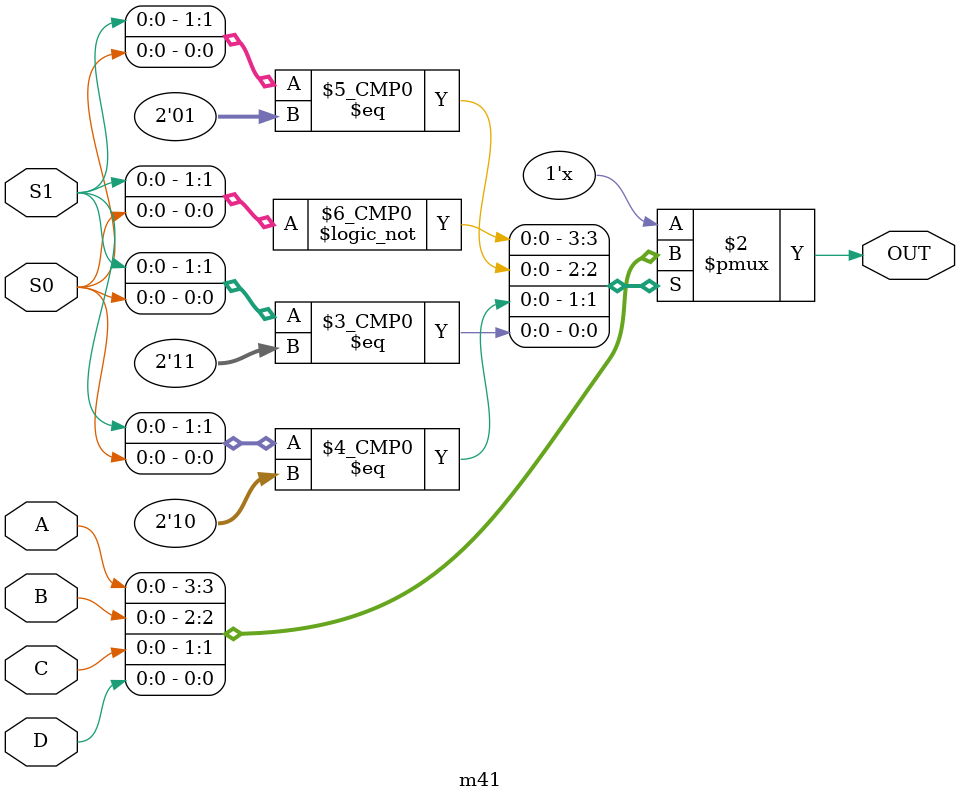
<source format=v>
module m41 (OUT, A, B, C, D, S1, S0);
	input A, B, C, D, S1, S0;
	output OUT;
	reg OUT;
	always @(*)
		case ({S1, S0})
			0: OUT=A;
			1: OUT=B;
			2: OUT=C;
			3: OUT=D;
		endcase
endmodule
</source>
